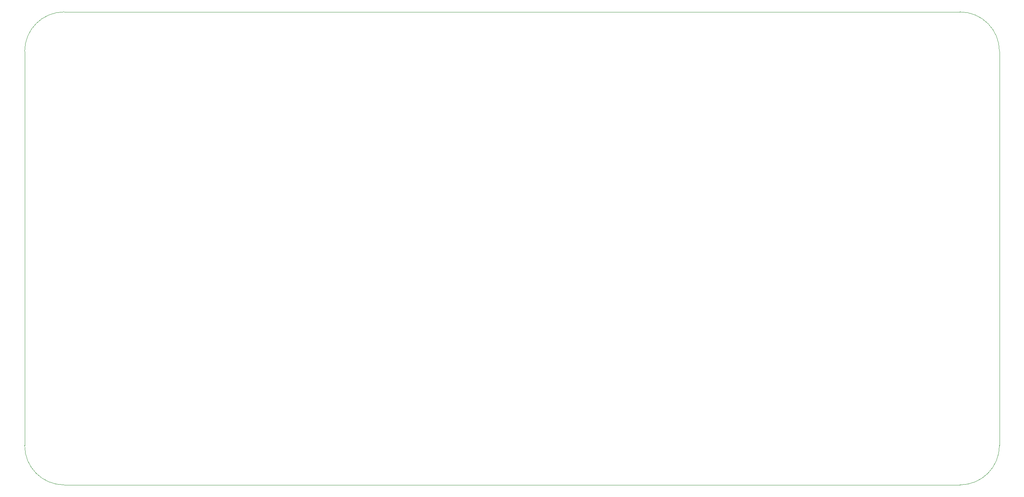
<source format=gm1>
G04 #@! TF.GenerationSoftware,KiCad,Pcbnew,(5.1.0)-1*
G04 #@! TF.CreationDate,2019-04-01T22:48:46-04:00*
G04 #@! TF.ProjectId,prop_support,70726f70-5f73-4757-9070-6f72742e6b69,A*
G04 #@! TF.SameCoordinates,Original*
G04 #@! TF.FileFunction,Profile,NP*
%FSLAX46Y46*%
G04 Gerber Fmt 4.6, Leading zero omitted, Abs format (unit mm)*
G04 Created by KiCad (PCBNEW (5.1.0)-1) date 2019-04-01 22:48:46*
%MOMM*%
%LPD*%
G04 APERTURE LIST*
%ADD10C,0.120000*%
G04 APERTURE END LIST*
D10*
X29210000Y-152400000D02*
X29210000Y-63500000D01*
X240030000Y-161290000D02*
X38100000Y-161290000D01*
X248920000Y-63500000D02*
X248920000Y-152400000D01*
X38100000Y-54610000D02*
X240030000Y-54610000D01*
X29210000Y-63500000D02*
G75*
G02X38100000Y-54610000I8890000J0D01*
G01*
X38100000Y-161290000D02*
G75*
G02X29210000Y-152400000I0J8890000D01*
G01*
X248920000Y-152400000D02*
G75*
G02X240030000Y-161290000I-8890000J0D01*
G01*
X240030000Y-54610000D02*
G75*
G02X248920000Y-63500000I0J-8890000D01*
G01*
M02*

</source>
